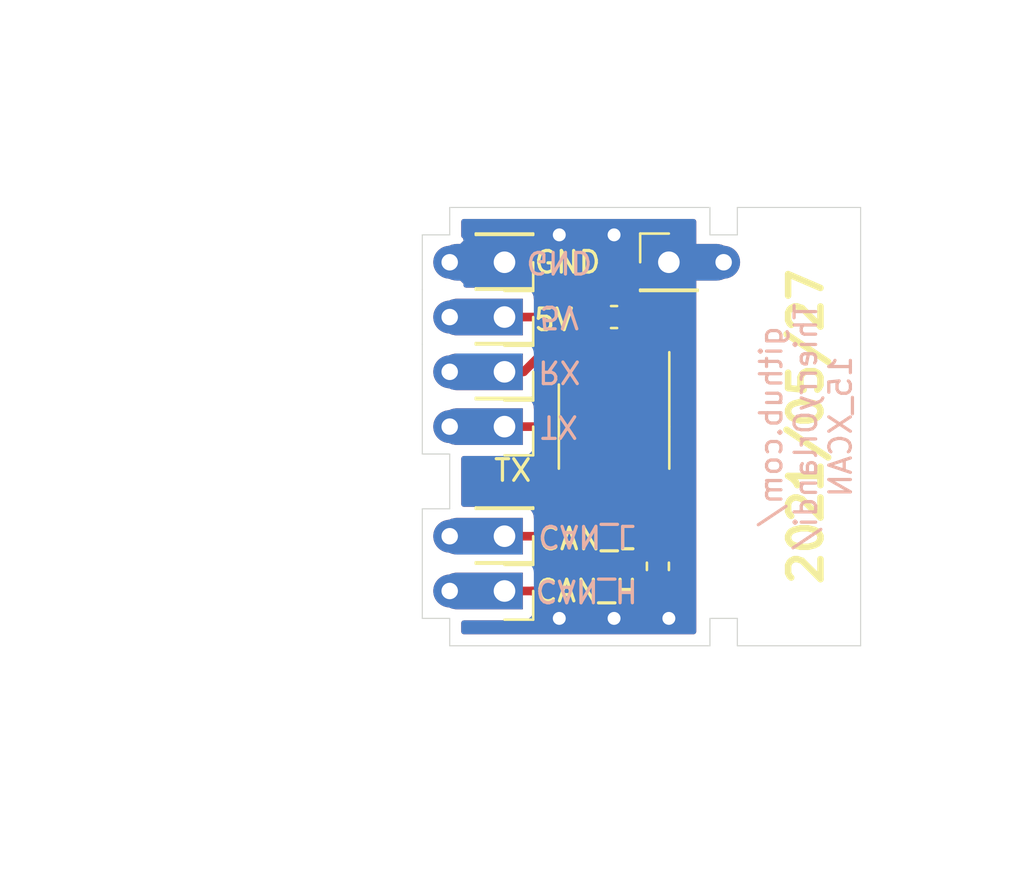
<source format=kicad_pcb>
(kicad_pcb (version 20211014) (generator pcbnew)
  (layers (0 "F.Cu" signal) (31 "B.Cu" signal) (34 "B.Paste" user) (35 "F.Paste" user) (36 "B.SilkS" user "B.Silkscreen") (37 "F.SilkS" user "F.Silkscreen") (38 "B.Mask" user) (39 "F.Mask" user) (44 "Edge.Cuts" user))
  (net 0 "")
  (net 1 "GND")
  (net 2 "5V")
  (net 3 "CAN_TX")
  (net 4 "CAN_RX")
  (net 5 "CAN_H")
  (net 6 "CAN_L")
  (net 7 "Net-(R1-Pad2)")
  (net 8 "Net-(U1-Pad5)")
  (footprint "Resistor_SMD:R_0603_1608Metric_Pad1.05x0.95mm_HandSolder" (layer "F.Cu") (at 111.252 77.597 90)
    (fp_text reference "R1" hide)
    (fp_text value "10k")
    (fp_line (start -0.171267 -0.51) (end 0.171267 -0.51) (layer "F.SilkS") (width 0.12))
    (fp_line (start -0.171267 0.51) (end 0.171267 0.51) (layer "F.SilkS") (width 0.12))
    (pad "1" smd roundrect locked (at -0.875 0 90) (size 1.05 0.95) (layers "F.Cu" "F.Paste" "F.Mask") (net 1 "GND"))
    (pad "2" smd roundrect locked (at 0.875 0 90) (size 1.05 0.95) (layers "F.Cu" "F.Paste" "F.Mask") (net 7 "Net-(R1-Pad2)"))
  )
  (footprint "Capacitor_SMD:C_0603_1608Metric" (layer "F.Cu") (at 109.22 66.04)
    (fp_text reference "C1" hide)
    (fp_text value "100nF")
    (fp_line (start -0.14058 0.51) (end 0.14058 0.51) (layer "F.SilkS") (width 0.12))
    (fp_line (start -0.14058 -0.51) (end 0.14058 -0.51) (layer "F.SilkS") (width 0.12))
    (pad "1" smd roundrect locked (at -0.775 0) (size 0.9 0.95) (layers "F.Cu" "F.Paste" "F.Mask") (net 2 "5V"))
    (pad "2" smd roundrect locked (at 0.775 0) (size 0.9 0.95) (layers "F.Cu" "F.Paste" "F.Mask") (net 1 "GND"))
  )
  (footprint "Package_SO:SOIC-8_3.9x4.9mm_P1.27mm" (layer "F.Cu") (at 109.22 71.12 -90)
    (fp_text reference "U1" hide)
    (fp_text value "MCP2551-I-SN")
    (fp_line (start 0 2.56) (end -1.95 2.56) (layer "F.SilkS") (width 0.12))
    (fp_line (start 0 -2.56) (end 1.95 -2.56) (layer "F.SilkS") (width 0.12))
    (fp_line (start 0 -2.56) (end -3.45 -2.56) (layer "F.SilkS") (width 0.12))
    (fp_line (start 0 2.56) (end 1.95 2.56) (layer "F.SilkS") (width 0.12))
    (pad "1" smd roundrect locked (at -2.475 -1.905 270) (size 1.95 0.6) (layers "F.Cu" "F.Paste" "F.Mask") (net 3 "CAN_TX"))
    (pad "2" smd roundrect locked (at -2.475 -0.635 270) (size 1.95 0.6) (layers "F.Cu" "F.Paste" "F.Mask") (net 1 "GND"))
    (pad "3" smd roundrect locked (at -2.475 0.635 270) (size 1.95 0.6) (layers "F.Cu" "F.Paste" "F.Mask") (net 2 "5V"))
    (pad "4" smd roundrect locked (at -2.475 1.905 270) (size 1.95 0.6) (layers "F.Cu" "F.Paste" "F.Mask") (net 4 "CAN_RX"))
    (pad "5" smd roundrect locked (at 2.475 1.905 270) (size 1.95 0.6) (layers "F.Cu" "F.Paste" "F.Mask") (net 8 "Net-(U1-Pad5)"))
    (pad "6" smd roundrect locked (at 2.475 0.635 270) (size 1.95 0.6) (layers "F.Cu" "F.Paste" "F.Mask") (net 6 "CAN_L"))
    (pad "7" smd roundrect locked (at 2.475 -0.635 270) (size 1.95 0.6) (layers "F.Cu" "F.Paste" "F.Mask") (net 5 "CAN_H"))
    (pad "8" smd roundrect locked (at 2.475 -1.905 270) (size 1.95 0.6) (layers "F.Cu" "F.Paste" "F.Mask") (net 7 "Net-(R1-Pad2)"))
  )
  (footprint "Chimere_comps:trou" (layer "F.Cu") (at 114.3 68.58)
    (fp_text reference "H1" hide)
    (fp_text value "percage" hide)
    (pad "" np_thru_hole circle locked (at 0 0) (size 1 1) (drill 1) (layers *.Cu *.Mask))
  )
  (footprint "Chimere_comps:trou" (layer "F.Cu") (at 114.3 66.04)
    (fp_text reference "H2" hide)
    (fp_text value "percage" hide)
    (pad "" np_thru_hole circle locked (at 0 0) (size 1 1) (drill 1) (layers *.Cu *.Mask))
  )
  (footprint "Chimere_comps:trou" (layer "F.Cu") (at 114.3 73.66)
    (fp_text reference "H3" hide)
    (fp_text value "percage" hide)
    (pad "" np_thru_hole circle locked (at 0 0) (size 1 1) (drill 1) (layers *.Cu *.Mask))
  )
  (footprint "Chimere_comps:trou" (layer "F.Cu") (at 114.3 78.74)
    (fp_text reference "H4" hide)
    (fp_text value "percage" hide)
    (pad "" np_thru_hole circle locked (at 0 0) (size 1 1) (drill 1) (layers *.Cu *.Mask))
  )
  (footprint "Chimere_comps:trou" (layer "F.Cu") (at 114.3 71.12)
    (fp_text reference "H5" hide)
    (fp_text value "percage" hide)
    (pad "" np_thru_hole circle locked (at 0 0) (size 1 1) (drill 1) (layers *.Cu *.Mask))
  )
  (footprint "Chimere_comps:trou" (layer "F.Cu") (at 114.3 76.2)
    (fp_text reference "H6" hide)
    (fp_text value "percage" hide)
    (pad "" np_thru_hole circle locked (at 0 0) (size 1 1) (drill 1) (layers *.Cu *.Mask))
  )
  (footprint "Chimere_mods:Castellated_conn" (layer "F.Cu") (at 104.14 63.5 180)
    (fp_text reference "J1" hide)
    (fp_text value "Conn_01x01")
    (fp_line (start -1.33 1.27) (end 1.33 1.27) (layer "F.SilkS") (width 0.12))
    (fp_line (start -1.33 1.27) (end -1.33 1.33) (layer "F.SilkS") (width 0.12))
    (fp_line (start -1.33 1.33) (end 1.33 1.33) (layer "F.SilkS") (width 0.12))
    (fp_line (start 1.33 1.27) (end 1.33 1.33) (layer "F.SilkS") (width 0.12))
    (fp_line (start -1.33 0) (end -1.33 -1.33) (layer "F.SilkS") (width 0.12))
    (fp_line (start -1.33 -1.33) (end 0 -1.33) (layer "F.SilkS") (width 0.12))
    (pad "1" thru_hole custom locked (at 0 0 180) (size 1.7 1.7) (drill 1) (layers *.Cu *.Mask) (net 1 "GND") (options (clearance outline) (anchor rect)) (primitives (gr_line (start 0 0) (end 2.2 0) (width 1.7))))
    (pad "1" thru_hole circle locked (at 2.54 0 180) (size 1.524 1.524) (drill 0.762) (layers *.Cu *.Mask) (net 1 "GND"))
  )
  (footprint "Chimere_mods:Castellated_conn" (layer "F.Cu") (at 104.14 66.04 180)
    (fp_text reference "J2" hide)
    (fp_text value "Conn_01x01")
    (fp_line (start -1.33 1.27) (end 1.33 1.27) (layer "F.SilkS") (width 0.12))
    (fp_line (start 1.33 1.27) (end 1.33 1.33) (layer "F.SilkS") (width 0.12))
    (fp_line (start -1.33 1.33) (end 1.33 1.33) (layer "F.SilkS") (width 0.12))
    (fp_line (start -1.33 0) (end -1.33 -1.33) (layer "F.SilkS") (width 0.12))
    (fp_line (start -1.33 1.27) (end -1.33 1.33) (layer "F.SilkS") (width 0.12))
    (fp_line (start -1.33 -1.33) (end 0 -1.33) (layer "F.SilkS") (width 0.12))
    (pad "1" thru_hole circle locked (at 2.54 0 180) (size 1.524 1.524) (drill 0.762) (layers *.Cu *.Mask) (net 2 "5V"))
    (pad "1" thru_hole custom locked (at 0 0 180) (size 1.7 1.7) (drill 1) (layers *.Cu *.Mask) (net 2 "5V") (options (clearance outline) (anchor rect)) (primitives (gr_line (start 0 0) (end 2.2 0) (width 1.7))))
  )
  (footprint "Chimere_mods:Castellated_conn" (layer "F.Cu") (at 104.14 71.12 180)
    (fp_text reference "J3" hide)
    (fp_text value "Conn_01x01")
    (fp_line (start -1.33 0) (end -1.33 -1.33) (layer "F.SilkS") (width 0.12))
    (fp_line (start -1.33 1.27) (end -1.33 1.33) (layer "F.SilkS") (width 0.12))
    (fp_line (start -1.33 1.27) (end 1.33 1.27) (layer "F.SilkS") (width 0.12))
    (fp_line (start -1.33 1.33) (end 1.33 1.33) (layer "F.SilkS") (width 0.12))
    (fp_line (start 1.33 1.27) (end 1.33 1.33) (layer "F.SilkS") (width 0.12))
    (fp_line (start -1.33 -1.33) (end 0 -1.33) (layer "F.SilkS") (width 0.12))
    (pad "1" thru_hole custom locked (at 0 0 180) (size 1.7 1.7) (drill 1) (layers *.Cu *.Mask) (net 3 "CAN_TX") (options (clearance outline) (anchor rect)) (primitives (gr_line (start 0 0) (end 2.2 0) (width 1.7))))
    (pad "1" thru_hole circle locked (at 2.54 0 180) (size 1.524 1.524) (drill 0.762) (layers *.Cu *.Mask) (net 3 "CAN_TX"))
  )
  (footprint "Chimere_mods:Castellated_conn" (layer "F.Cu") (at 104.14 68.58 180)
    (fp_text reference "J4" hide)
    (fp_text value "Conn_01x01")
    (fp_line (start 1.33 1.27) (end 1.33 1.33) (layer "F.SilkS") (width 0.12))
    (fp_line (start -1.33 -1.33) (end 0 -1.33) (layer "F.SilkS") (width 0.12))
    (fp_line (start -1.33 1.27) (end -1.33 1.33) (layer "F.SilkS") (width 0.12))
    (fp_line (start -1.33 1.33) (end 1.33 1.33) (layer "F.SilkS") (width 0.12))
    (fp_line (start -1.33 1.27) (end 1.33 1.27) (layer "F.SilkS") (width 0.12))
    (fp_line (start -1.33 0) (end -1.33 -1.33) (layer "F.SilkS") (width 0.12))
    (pad "1" thru_hole circle locked (at 2.54 0 180) (size 1.524 1.524) (drill 0.762) (layers *.Cu *.Mask) (net 4 "CAN_RX"))
    (pad "1" thru_hole custom locked (at 0 0 180) (size 1.7 1.7) (drill 1) (layers *.Cu *.Mask) (net 4 "CAN_RX") (options (clearance outline) (anchor rect)) (primitives (gr_line (start 0 0) (end 2.2 0) (width 1.7))))
  )
  (footprint "Chimere_mods:Castellated_conn" (layer "F.Cu") (at 104.14 78.74 180)
    (fp_text reference "J5" hide)
    (fp_text value "Conn_01x01")
    (fp_line (start 1.33 1.27) (end 1.33 1.33) (layer "F.SilkS") (width 0.12))
    (fp_line (start -1.33 -1.33) (end 0 -1.33) (layer "F.SilkS") (width 0.12))
    (fp_line (start -1.33 0) (end -1.33 -1.33) (layer "F.SilkS") (width 0.12))
    (fp_line (start -1.33 1.33) (end 1.33 1.33) (layer "F.SilkS") (width 0.12))
    (fp_line (start -1.33 1.27) (end 1.33 1.27) (layer "F.SilkS") (width 0.12))
    (fp_line (start -1.33 1.27) (end -1.33 1.33) (layer "F.SilkS") (width 0.12))
    (pad "1" thru_hole custom locked (at 0 0 180) (size 1.7 1.7) (drill 1) (layers *.Cu *.Mask) (net 5 "CAN_H") (options (clearance outline) (anchor rect)) (primitives (gr_line (start 0 0) (end 2.2 0) (width 1.7))))
    (pad "1" thru_hole circle locked (at 2.54 0 180) (size 1.524 1.524) (drill 0.762) (layers *.Cu *.Mask) (net 5 "CAN_H"))
  )
  (footprint "Chimere_mods:Castellated_conn" (layer "F.Cu") (at 104.14 76.2 180)
    (fp_text reference "J6" hide)
    (fp_text value "Conn_01x01")
    (fp_line (start -1.33 0) (end -1.33 -1.33) (layer "F.SilkS") (width 0.12))
    (fp_line (start -1.33 -1.33) (end 0 -1.33) (layer "F.SilkS") (width 0.12))
    (fp_line (start -1.33 1.27) (end -1.33 1.33) (layer "F.SilkS") (width 0.12))
    (fp_line (start 1.33 1.27) (end 1.33 1.33) (layer "F.SilkS") (width 0.12))
    (fp_line (start -1.33 1.27) (end 1.33 1.27) (layer "F.SilkS") (width 0.12))
    (fp_line (start -1.33 1.33) (end 1.33 1.33) (layer "F.SilkS") (width 0.12))
    (pad "1" thru_hole circle locked (at 2.54 0 180) (size 1.524 1.524) (drill 0.762) (layers *.Cu *.Mask) (net 6 "CAN_L"))
    (pad "1" thru_hole custom locked (at 0 0 180) (size 1.7 1.7) (drill 1) (layers *.Cu *.Mask) (net 6 "CAN_L") (options (clearance outline) (anchor rect)) (primitives (gr_line (start 0 0) (end 2.2 0) (width 1.7))))
  )
  (footprint "Chimere_mods:Castellated_conn" (layer "F.Cu") (at 111.76 63.5)
    (fp_text reference "J7" hide)
    (fp_text value "Conn_01x01")
    (fp_line (start 1.33 1.27) (end 1.33 1.33) (layer "F.SilkS") (width 0.12))
    (fp_line (start -1.33 1.27) (end 1.33 1.27) (layer "F.SilkS") (width 0.12))
    (fp_line (start -1.33 0) (end -1.33 -1.33) (layer "F.SilkS") (width 0.12))
    (fp_line (start -1.33 1.27) (end -1.33 1.33) (layer "F.SilkS") (width 0.12))
    (fp_line (start -1.33 -1.33) (end 0 -1.33) (layer "F.SilkS") (width 0.12))
    (fp_line (start -1.33 1.33) (end 1.33 1.33) (layer "F.SilkS") (width 0.12))
    (pad "1" thru_hole custom locked (at 0 0) (size 1.7 1.7) (drill 1) (layers *.Cu *.Mask) (net 1 "GND") (options (clearance outline) (anchor rect)) (primitives (gr_line (start 0 0) (end 2.2 0) (width 1.7))))
    (pad "1" thru_hole circle locked (at 2.54 0) (size 1.524 1.524) (drill 0.762) (layers *.Cu *.Mask) (net 1 "GND"))
  )
  (gr_line (start 113.665 81.28) (end 101.6 81.28) (layer "Edge.Cuts") (width 0.05))
  (gr_line (start 100.33 64.77) (end 100.33 67.31) (layer "Edge.Cuts") (width 0.05))
  (gr_line (start 100.33 72.39) (end 100.33 67.31) (layer "Edge.Cuts") (width 0.05))
  (gr_line (start 101.6 62.23) (end 101.6 60.96) (layer "Edge.Cuts") (width 0.05))
  (gr_line (start 114.935 81.28) (end 120.65 81.28) (layer "Edge.Cuts") (width 0.05))
  (gr_line (start 114.935 60.96) (end 120.65 60.96) (layer "Edge.Cuts") (width 0.05))
  (gr_line (start 113.665 81.28) (end 113.665 80.01) (layer "Edge.Cuts") (width 0.05))
  (gr_line (start 101.6 74.93) (end 101.6 72.39) (layer "Edge.Cuts") (width 0.05))
  (gr_line (start 100.33 62.23) (end 101.6 62.23) (layer "Edge.Cuts") (width 0.05))
  (gr_line (start 100.33 74.93) (end 101.6 74.93) (layer "Edge.Cuts") (width 0.05))
  (gr_line (start 101.6 80.01) (end 101.6 81.28) (layer "Edge.Cuts") (width 0.05))
  (gr_line (start 113.665 60.96) (end 113.665 62.23) (layer "Edge.Cuts") (width 0.05))
  (gr_line (start 100.33 64.77) (end 100.33 62.23) (layer "Edge.Cuts") (width 0.05))
  (gr_line (start 101.6 72.39) (end 100.33 72.39) (layer "Edge.Cuts") (width 0.05))
  (gr_line (start 114.935 80.01) (end 114.935 81.28) (layer "Edge.Cuts") (width 0.05))
  (gr_line (start 120.65 60.96) (end 120.65 81.28) (layer "Edge.Cuts") (width 0.05))
  (gr_line (start 101.6 60.96) (end 113.665 60.96) (layer "Edge.Cuts") (width 0.05))
  (gr_line (start 100.33 80.01) (end 101.6 80.01) (layer "Edge.Cuts") (width 0.05))
  (gr_line (start 114.935 62.23) (end 114.935 60.96) (layer "Edge.Cuts") (width 0.05))
  (gr_line (start 113.665 80.01) (end 114.935 80.01) (layer "Edge.Cuts") (width 0.05))
  (gr_line (start 100.33 80.01) (end 100.33 74.93) (layer "Edge.Cuts") (width 0.05))
  (gr_line (start 113.665 62.23) (end 114.935 62.23) (layer "Edge.Cuts") (width 0.05))
  (gr_text "GND" (at 106.68 63.5 180) (layer "B.SilkS") (effects (font (size 1 1)) (justify mirror)))
  (gr_text "5V" (at 106.68 66.04 180) (layer "B.SilkS") (effects (font (size 1 1)) (justify mirror)))
  (gr_text "TX" (at 106.68 71.12 180) (layer "B.SilkS") (effects (font (size 1 1)) (justify mirror)))
  (gr_text "CAN_L" (at 107.95 76.2 180) (layer "B.SilkS") (effects (font (size 1 1)) (justify mirror)))
  (gr_text "CAN_H" (at 107.95 78.74 180) (layer "B.SilkS") (effects (font (size 1 1)) (justify mirror)))
  (gr_text "RX" (at 106.68 68.58 180) (layer "B.SilkS") (effects (font (size 1 1)) (justify mirror)))
  (gr_text "github.com/\nThierryOrlandi/\n15_XCAN" (at 118.11 71.12 90) (layer "B.SilkS") (effects (font (size 1 1)) (justify mirror)))
  (gr_text "2021/05/27" (at 118.11 71.12 90) (layer "F.SilkS") (effects (font (size 1.5 1.5) (thickness 0.3))))
  (gr_text "5V" (at 106.426 66.167) (layer "F.SilkS") (effects (font (size 1 1))))
  (gr_text "CAN_L" (at 107.95 76.327) (layer "F.SilkS") (effects (font (size 1 1))))
  (gr_text "CAN_H" (at 107.95 78.74) (layer "F.SilkS") (effects (font (size 1 1))))
  (gr_text "TX" (at 104.521 73.152) (layer "F.SilkS") (effects (font (size 1 1))))
  (gr_text "GND" (at 107.061 63.5) (layer "F.SilkS") (effects (font (size 1 1))))
  (segment (start 109.855 67.691) (end 111.125 66.421) (width 0.4) (layer "F.Cu") (net 1))
  (segment (start 106.68 80.01) (end 109.22 80.01) (width 0.4) (layer "F.Cu") (net 1))
  (segment (start 109.855 63.5) (end 111.125 64.77) (width 0.4) (layer "F.Cu") (net 1))
  (segment (start 111.125 66.421) (end 111.125 65.913) (width 0.4) (layer "F.Cu") (net 1))
  (segment (start 106.68 62.23) (end 109.22 62.23) (width 0.4) (layer "F.Cu") (net 1))
  (segment (start 104.14 63.5) (end 109.855 63.5) (width 0.4) (layer "F.Cu") (net 1))
  (segment (start 111.125 64.77) (end 111.125 65.913) (width 0.4) (layer "F.Cu") (net 1))
  (segment (start 111.76 63.5) (end 109.22 63.5) (width 0.4) (layer "F.Cu") (net 1))
  (segment (start 111.252 78.472) (end 111.252 79.502) (width 0.4) (layer "F.Cu") (net 1))
  (segment (start 111.252 79.502) (end 111.76 80.01) (width 0.4) (layer "F.Cu") (net 1))
  (segment (start 109.22 62.23) (end 109.22 63.5) (width 0.4) (layer "F.Cu") (net 1))
  (segment (start 111.125 65.913) (end 110.998 66.04) (width 0.4) (layer "F.Cu") (net 1))
  (segment (start 109.22 80.01) (end 111.76 80.01) (width 0.4) (layer "F.Cu") (net 1))
  (segment (start 109.855 68.645) (end 109.855 67.691) (width 0.4) (layer "F.Cu") (net 1))
  (segment (start 110.998 66.04) (end 109.995 66.04) (width 0.4) (layer "F.Cu") (net 1))
  (via (at 106.68 62.23) (size 1) (drill 0.6) (layers "F.Cu" "B.Cu") (net 1))
  (via (at 109.22 62.23) (size 1) (drill 0.6) (layers "F.Cu" "B.Cu") (net 1))
  (via (at 106.68 80.01) (size 1) (drill 0.6) (layers "F.Cu" "B.Cu") (net 1))
  (via (at 109.22 80.01) (size 1) (drill 0.6) (layers "F.Cu" "B.Cu") (net 1))
  (via (at 111.76 80.01) (size 1) (drill 0.6) (layers "F.Cu" "B.Cu") (net 1))
  (segment (start 109.22 62.23) (end 109.22 80.01) (width 0.4) (layer "B.Cu") (net 1))
  (segment (start 108.585 67.691) (end 106.934 66.04) (width 0.4) (layer "F.Cu") (net 2))
  (segment (start 108.585 68.645) (end 108.585 67.691) (width 0.4) (layer "F.Cu") (net 2))
  (segment (start 106.934 66.04) (end 107.569 66.04) (width 0.4) (layer "F.Cu") (net 2))
  (segment (start 104.14 66.04) (end 106.934 66.04) (width 0.4) (layer "F.Cu") (net 2))
  (segment (start 107.569 66.04) (end 108.445 66.04) (width 0.4) (layer "F.Cu") (net 2))
  (segment (start 104.14 71.12) (end 110.363 71.12) (width 0.4) (layer "F.Cu") (net 3))
  (segment (start 111.125 70.358) (end 111.125 68.645) (width 0.4) (layer "F.Cu") (net 3))
  (segment (start 110.363 71.12) (end 111.125 70.358) (width 0.4) (layer "F.Cu") (net 3))
  (segment (start 107.315 68.645) (end 107.315 67.564) (width 0.4) (layer "F.Cu") (net 4))
  (segment (start 105.029 68.58) (end 104.14 68.58) (width 0.4) (layer "F.Cu") (net 4))
  (segment (start 107.315 67.564) (end 107.061 67.31) (width 0.4) (layer "F.Cu") (net 4))
  (segment (start 106.299 67.31) (end 105.029 68.58) (width 0.4) (layer "F.Cu") (net 4))
  (segment (start 107.061 67.31) (end 106.299 67.31) (width 0.4) (layer "F.Cu") (net 4))
  (segment (start 106.299 78.74) (end 105.41 78.74) (width 0.4) (layer "F.Cu") (net 5))
  (segment (start 109.855 73.595) (end 109.855 75.565) (width 0.4) (layer "F.Cu") (net 5))
  (segment (start 109.855 73.595) (end 109.855 75.184) (width 0.4) (layer "F.Cu") (net 5))
  (segment (start 109.855 75.565) (end 106.68 78.74) (width 0.4) (layer "F.Cu") (net 5))
  (segment (start 105.41 78.74) (end 104.14 78.74) (width 0.4) (layer "F.Cu") (net 5))
  (segment (start 105.41 78.74) (end 106.68 78.74) (width 0.4) (layer "F.Cu") (net 5))
  (segment (start 108.585 74.93) (end 107.315 76.2) (width 0.4) (layer "F.Cu") (net 6))
  (segment (start 107.315 76.2) (end 104.14 76.2) (width 0.4) (layer "F.Cu") (net 6))
  (segment (start 108.585 73.595) (end 108.585 74.93) (width 0.4) (layer "F.Cu") (net 6))
  (segment (start 111.125 73.595) (end 111.125 75.565) (width 0.4) (layer "F.Cu") (net 7))
  (segment (start 111.252 75.692) (end 111.252 76.722) (width 0.4) (layer "F.Cu") (net 7))
  (segment (start 111.125 75.565) (end 111.252 75.692) (width 0.4) (layer "F.Cu") (net 7))
  (zone (net 1) (net_name "GND") (layer "F.Cu") (connect_pads (clearance 0.508)) (min_thickness 0.254) (fill yes (thermal_gap 0.508) (thermal_bridge_width 0.508))
    (polygon (pts (xy 113.03 82.55) (xy 99.06 82.55) (xy 99.06 59.69) (xy 113.03 59.69)))
  )
  (zone (net 1) (net_name "GND") (layer "B.Cu") (connect_pads (clearance 0.508)) (min_thickness 0.254) (fill yes (thermal_gap 0.508) (thermal_bridge_width 0.508))
    (polygon (pts (xy 113.03 82.55) (xy 99.06 82.55) (xy 99.06 59.69) (xy 113.03 59.69)))
  )
)
</source>
